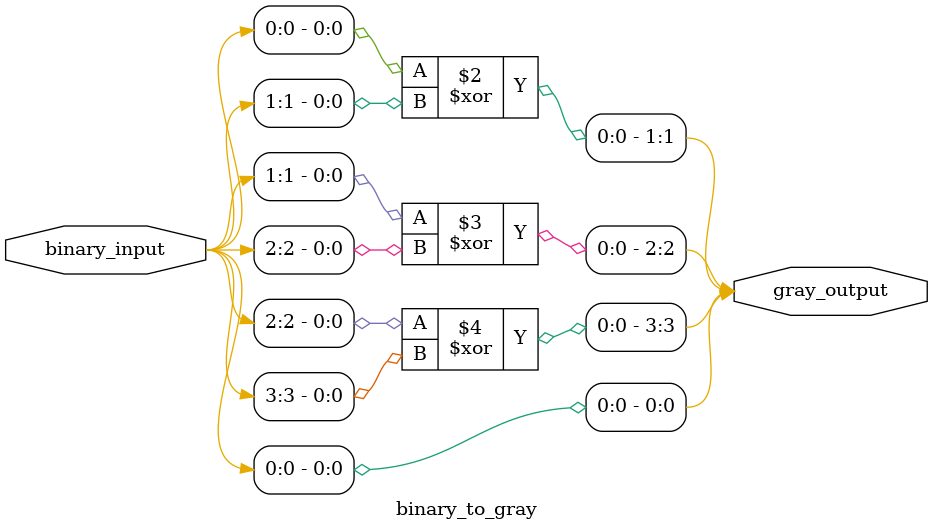
<source format=sv>
module binary_to_gray(
    input [3:0] binary_input,
    output reg [3:0] gray_output
);

    always @*
    begin
        gray_output[0] = binary_input[0];
        gray_output[1] = binary_input[0] ^ binary_input[1];
        gray_output[2] = binary_input[1] ^ binary_input[2];
        gray_output[3] = binary_input[2] ^ binary_input[3];
    end

endmodule



</source>
